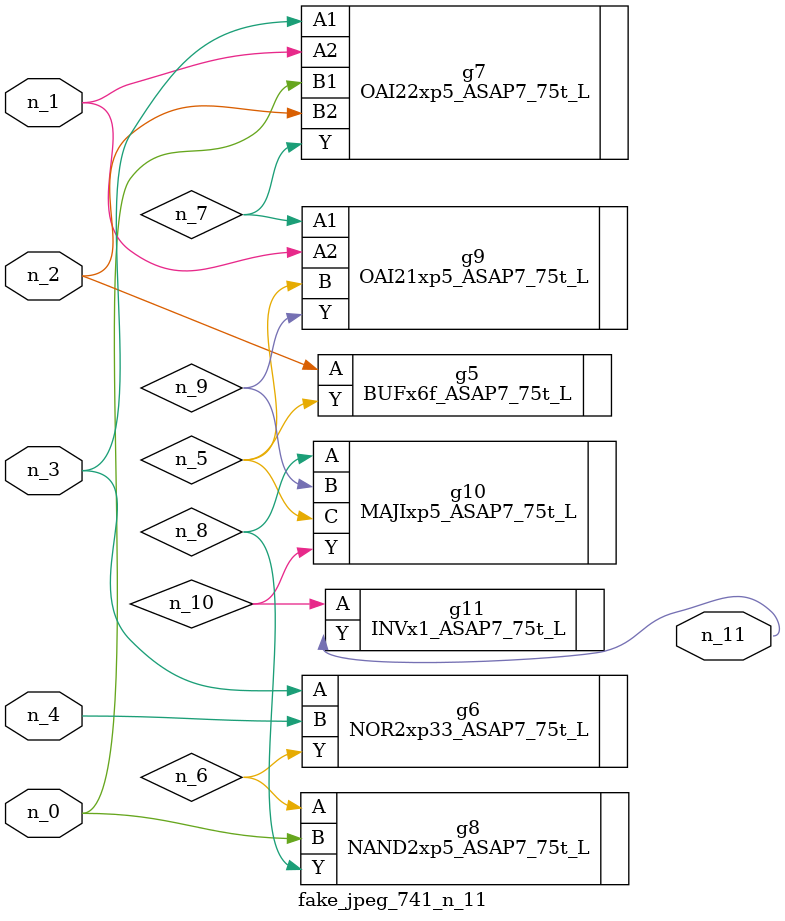
<source format=v>
module fake_jpeg_741_n_11 (n_3, n_2, n_1, n_0, n_4, n_11);

input n_3;
input n_2;
input n_1;
input n_0;
input n_4;

output n_11;

wire n_10;
wire n_8;
wire n_9;
wire n_6;
wire n_5;
wire n_7;

BUFx6f_ASAP7_75t_L g5 ( 
.A(n_2),
.Y(n_5)
);

NOR2xp33_ASAP7_75t_L g6 ( 
.A(n_3),
.B(n_4),
.Y(n_6)
);

OAI22xp5_ASAP7_75t_L g7 ( 
.A1(n_3),
.A2(n_1),
.B1(n_0),
.B2(n_2),
.Y(n_7)
);

NAND2xp5_ASAP7_75t_L g8 ( 
.A(n_6),
.B(n_0),
.Y(n_8)
);

MAJIxp5_ASAP7_75t_L g10 ( 
.A(n_8),
.B(n_9),
.C(n_5),
.Y(n_10)
);

OAI21xp5_ASAP7_75t_L g9 ( 
.A1(n_7),
.A2(n_1),
.B(n_5),
.Y(n_9)
);

INVx1_ASAP7_75t_L g11 ( 
.A(n_10),
.Y(n_11)
);


endmodule
</source>
